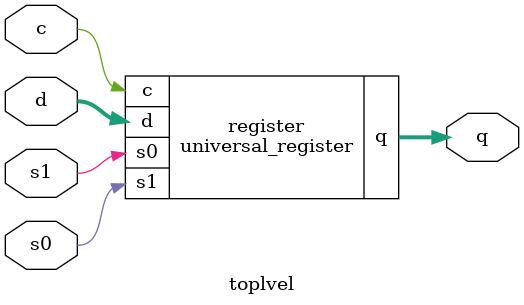
<source format=sv>
module fourbitmux(output o,
                  input s1,s0,
                  input a0,a1,a2,a3
                  );
  assign first = s0? a1 : a0;
  assign second = s0? a3 : a2;
  assign o = s1? second : first;
endmodule

// kod z wykładu 
module dff(output q, nq, 
           input  clk, d);
  logic r,s,nr,ns;
  nand gq(q, nr, nq), gnq(nq,ns,q), gr(nr, clk,r),
  gs(ns,nr, clk, s),gr1(r, nr,  s),gs1(s, ns, d);
endmodule

module one_bit_block(output Q, input l,r,q,sr,sl,d,c);
  logic tmp;
  fourbitmux MUX(tmp,l,r,q,sl,sr,d);
  dff ds(Q, ,c,tmp);
endmodule

// na podstawie programistycznego 
module universal_register(output [3:0] q,
                          input [3:0] d,
                          input c,s1,s0);
  one_bit_block  b0(q[0], s1, s0, q[0], 1'b0, !q[0], d[0], c);
  one_bit_block  b1(q[1], s1, s0, q[1], 1'b0, !q[1], d[1], c);
  one_bit_block  b2(q[2], s1, s0, q[2], 1'b0, !q[2], d[2], c);
  one_bit_block  b3(q[3], s1, s0, q[3], 1'b0, !q[3], d[3], c);
 
endmodule

module toplvel(output [3:0] q,
               input [3:0] d,
                          input c,s0,s1);
  universal_register register(q[3:0], d[3:0],c,s0,s1 );
endmodule
</source>
